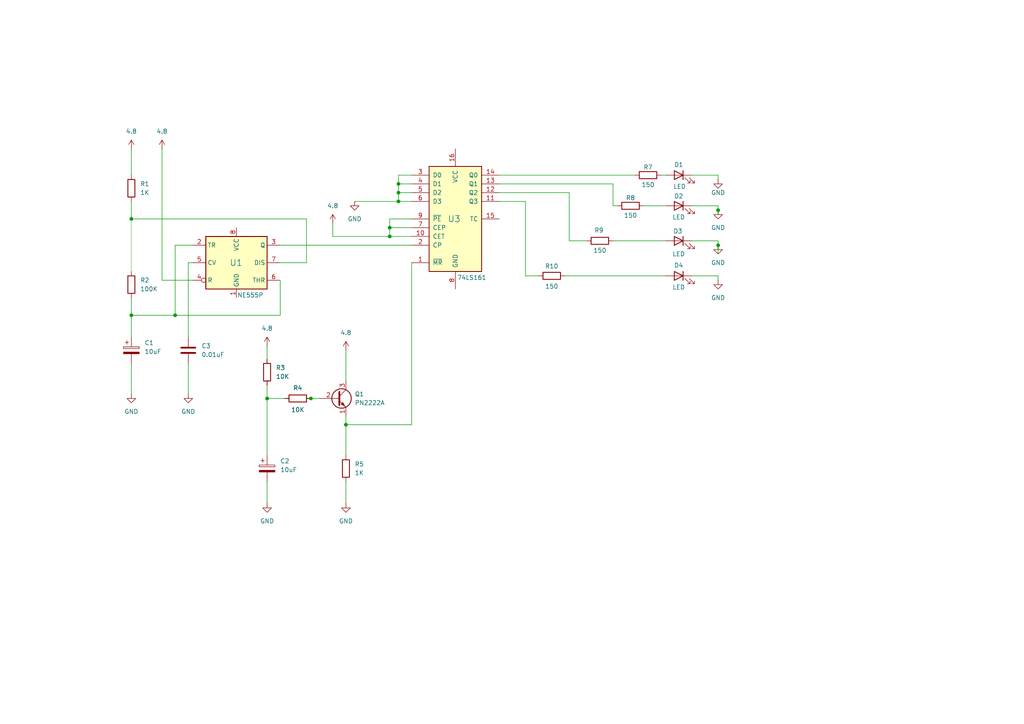
<source format=kicad_sch>
(kicad_sch (version 20231120) (generator "eeschema") (generator_version "8.0")
  (paper "A4")
  (title_block (title "Schematic 4 bit counter ") (date "12/10/24") (company "Cad && construction ") (comment 1 "Nikitas Menounos ") (comment 2 "ΤL20412"))
  (lib_symbols
    (symbol "74xx:74LS161" (pin_names (offset 1.016))
      (property "Reference" "U" (at -7.62 16.51 0))
      (property "Value" "74LS161" (at -7.62 -16.51 0))
      (symbol "74LS161_1_0"
        (pin input line (at -12.7 -12.7 0) (length 5.08) (name "~{MR}") (number "1"))
        (pin input line (at -12.7 -5.08 0) (length 5.08) (name "CET") (number "10"))
        (pin output line (at 12.7 5.08 180) (length 5.08) (name "Q3") (number "11"))
        (pin output line (at 12.7 7.62 180) (length 5.08) (name "Q2") (number "12"))
        (pin output line (at 12.7 10.16 180) (length 5.08) (name "Q1") (number "13"))
        (pin output line (at 12.7 12.7 180) (length 5.08) (name "Q0") (number "14"))
        (pin output line (at 12.7 0 180) (length 5.08) (name "TC") (number "15"))
        (pin power_in line (at 0 20.32 270) (length 5.08) (name "VCC") (number "16"))
        (pin input line (at -12.7 -7.62 0) (length 5.08) (name "CP") (number "2"))
        (pin input line (at -12.7 12.7 0) (length 5.08) (name "D0") (number "3"))
        (pin input line (at -12.7 10.16 0) (length 5.08) (name "D1") (number "4"))
        (pin input line (at -12.7 7.62 0) (length 5.08) (name "D2") (number "5"))
        (pin input line (at -12.7 5.08 0) (length 5.08) (name "D3") (number "6"))
        (pin input line (at -12.7 -2.54 0) (length 5.08) (name "CEP") (number "7"))
        (pin power_in line (at 0 -20.32 90) (length 5.08) (name "GND") (number "8"))
        (pin input line (at -12.7 0 0) (length 5.08) (name "~{PE}") (number "9"))
      )
      (symbol "74LS161_1_1"
        (rectangle (start -7.62 15.24) (end 7.62 -15.24) (stroke (width 0.254)) (fill (type background)))
      )
    )
    (symbol "Device:C" (pin_numbers hide) (pin_names (offset 0.254))
      (property "Reference" "C" (at 0.635 2.54 0))
      (property "Value" "C" (at 0.635 -2.54 0))
      (symbol "C_0_1"
        (polyline (pts (xy -2.032 -0.762) (xy 2.032 -0.762)) (stroke (width 0.508)))
        (polyline (pts (xy -2.032 0.762) (xy 2.032 0.762)) (stroke (width 0.508)))
      )
      (symbol "C_1_1"
        (pin passive line (at 0 3.81 270) (length 2.794) (name "~") (number "1"))
        (pin passive line (at 0 -3.81 90) (length 2.794) (name "~") (number "2"))
      )
    )
    (symbol "Device:C_Polarized" (pin_numbers hide) (pin_names (offset 0.254))
      (property "Reference" "C" (at 0.635 2.54 0))
      (property "Value" "C_Polarized" (at 0.635 -2.54 0))
      (symbol "C_Polarized_0_1"
        (rectangle (start -2.286 0.508) (end 2.286 1.016))
        (polyline (pts (xy -1.778 2.286) (xy -0.762 2.286)))
        (polyline (pts (xy -1.27 2.794) (xy -1.27 1.778)))
        (rectangle (start 2.286 -0.508) (end -2.286 -1.016) (fill (type outline)))
      )
      (symbol "C_Polarized_1_1"
        (pin passive line (at 0 3.81 270) (length 2.794) (name "~") (number "1"))
        (pin passive line (at 0 -3.81 90) (length 2.794) (name "~") (number "2"))
      )
    )
    (symbol "Device:LED" (pin_numbers hide) (pin_names (offset 1.016) hide)
      (property "Reference" "D" (at 0 2.54 0))
      (property "Value" "LED" (at 0 -2.54 0))
      (symbol "LED_0_1"
        (polyline (pts (xy -1.27 -1.27) (xy -1.27 1.27)) (stroke (width 0.254)))
        (polyline (pts (xy -1.27 0) (xy 1.27 0)))
        (polyline (pts (xy 1.27 -1.27) (xy 1.27 1.27) (xy -1.27 0) (xy 1.27 -1.27)) (stroke (width 0.254)))
        (polyline (pts (xy -3.048 -0.762) (xy -4.572 -2.286) (xy -3.81 -2.286) (xy -4.572 -2.286) (xy -4.572 -1.524)))
        (polyline (pts (xy -1.778 -0.762) (xy -3.302 -2.286) (xy -2.54 -2.286) (xy -3.302 -2.286) (xy -3.302 -1.524)))
      )
      (symbol "LED_1_1"
        (pin passive line (at -3.81 0 0) (length 2.54) (name "K") (number "1"))
        (pin passive line (at 3.81 0 180) (length 2.54) (name "A") (number "2"))
      )
    )
    (symbol "Device:R" (pin_numbers hide) (pin_names (offset 0))
      (property "Reference" "R" (at 2.032 0 90))
      (property "Value" "R" (at 0 0 90))
      (symbol "R_0_1"
        (rectangle (start -1.016 -2.54) (end 1.016 2.54) (stroke (width 0.254)))
      )
      (symbol "R_1_1"
        (pin passive line (at 0 3.81 270) (length 1.27) (name "~") (number "1"))
        (pin passive line (at 0 -3.81 90) (length 1.27) (name "~") (number "2"))
      )
    )
    (symbol "Timer:NE555P"
      (property "Reference" "U" (at -10.16 8.89 0))
      (property "Value" "NE555P" (at 2.54 8.89 0))
      (symbol "NE555P_0_0"
        (pin power_in line (at 0 -10.16 90) (length 2.54) (name "GND") (number "1"))
        (pin power_in line (at 0 10.16 270) (length 2.54) (name "VCC") (number "8"))
      )
      (symbol "NE555P_0_1"
        (rectangle (start -8.89 -7.62) (end 8.89 7.62) (stroke (width 0.254)) (fill (type background)))
        (rectangle (start -8.89 -7.62) (end 8.89 7.62) (stroke (width 0.254)) (fill (type background)))
      )
      (symbol "NE555P_1_1"
        (pin input line (at -12.7 5.08 0) (length 3.81) (name "TR") (number "2"))
        (pin output line (at 12.7 5.08 180) (length 3.81) (name "Q") (number "3"))
        (pin input inverted (at -12.7 -5.08 0) (length 3.81) (name "R") (number "4"))
        (pin input line (at -12.7 0 0) (length 3.81) (name "CV") (number "5"))
        (pin input line (at 12.7 -5.08 180) (length 3.81) (name "THR") (number "6"))
        (pin input line (at 12.7 0 180) (length 3.81) (name "DIS") (number "7"))
      )
    )
    (symbol "Transistor_BJT:PN2222A" (pin_names (offset 0) hide)
      (property "Reference" "Q" (at 5.08 1.905 0))
      (property "Value" "PN2222A" (at 5.08 0 0))
      (symbol "PN2222A_0_1"
        (polyline (pts (xy 0 0) (xy 0.635 0)))
        (polyline (pts (xy 2.54 -2.54) (xy 0.635 -0.635)))
        (polyline (pts (xy 2.54 2.54) (xy 0.635 0.635)))
        (polyline (pts (xy 0.635 1.905) (xy 0.635 -1.905) (xy 0.635 -1.905)) (stroke (width 0.508)))
        (polyline (pts (xy 2.413 -2.413) (xy 1.905 -1.905) (xy 1.905 -1.905)))
        (polyline (pts (xy 1.143 -1.651) (xy 1.651 -1.143) (xy 2.159 -2.159) (xy 1.143 -1.651) (xy 1.143 -1.651)) (fill (type outline)))
        (circle (center 1.27 0) (radius 2.8194) (stroke (width 0.254)))
      )
      (symbol "PN2222A_1_1"
        (pin passive line (at 2.54 -5.08 90) (length 2.54) (name "E") (number "1"))
        (pin input line (at -5.08 0 0) (length 5.08) (name "B") (number "2"))
        (pin passive line (at 2.54 5.08 270) (length 2.54) (name "C") (number "3"))
      )
    )
    (symbol "power:GND" (power) (pin_numbers hide) (pin_names (offset 0) hide)
      (property "Value" "GND" (at 0 -3.81 0))
      (symbol "GND_0_1"
        (polyline (pts (xy 0 0) (xy 0 -1.27) (xy 1.27 -1.27) (xy 0 -2.54) (xy -1.27 -1.27) (xy 0 -1.27)))
      )
      (symbol "GND_1_1"
        (pin power_in line (at 0 0 270) (length 0) (name "~") (number "1"))
      )
    )
    (symbol "power:VCC" (power) (pin_numbers hide) (pin_names (offset 0) hide)
      (property "Value" "VCC" (at 0 3.556 0))
      (symbol "VCC_0_1"
        (polyline (pts (xy -0.762 1.27) (xy 0 2.54)))
        (polyline (pts (xy 0 0) (xy 0 2.54)))
        (polyline (pts (xy 0 2.54) (xy 0.762 1.27)))
      )
      (symbol "VCC_1_1"
        (pin power_in line (at 0 0 90) (length 0) (name "~") (number "1"))
      )
    )
  )
  (junction (at 115.57 55.88))
  (junction (at 115.57 53.34))
  (junction (at 38.1 63.5))
  (junction (at 115.57 58.42))
  (junction (at 113.03 68.58))
  (junction (at 113.03 66.04))
  (junction (at 50.8 91.44))
  (junction (at 208.28 71.12))
  (junction (at 90.17 115.57))
  (junction (at 208.28 60.96))
  (junction (at 77.47 115.57))
  (junction (at 100.33 123.19))
  (junction (at 38.1 91.44))
  (wire (pts (xy 208.28 59.69) (xy 208.28 60.96)))
  (wire (pts (xy 81.28 71.12) (xy 119.38 71.12)))
  (wire (pts (xy 191.77 50.8) (xy 193.04 50.8)))
  (wire (pts (xy 77.47 115.57) (xy 77.47 132.08)))
  (wire (pts (xy 208.28 60.96) (xy 208.28 62.23)))
  (wire (pts (xy 77.47 100.33) (xy 77.47 104.14)))
  (wire (pts (xy 77.47 111.76) (xy 77.47 115.57)))
  (wire (pts (xy 46.99 81.28) (xy 55.88 81.28)))
  (wire (pts (xy 165.1 55.88) (xy 165.1 69.85)))
  (wire (pts (xy 119.38 55.88) (xy 115.57 55.88)))
  (wire (pts (xy 113.03 68.58) (xy 96.52 68.58)))
  (wire (pts (xy 50.8 91.44) (xy 81.28 91.44)))
  (wire (pts (xy 200.66 69.85) (xy 208.28 69.85)))
  (wire (pts (xy 54.61 105.41) (xy 54.61 114.3)))
  (wire (pts (xy 165.1 69.85) (xy 170.18 69.85)))
  (wire (pts (xy 208.28 69.85) (xy 208.28 71.12)))
  (wire (pts (xy 38.1 62.23) (xy 38.1 63.5)) (stroke (width 0.0254)))
  (wire (pts (xy 50.8 71.12) (xy 50.8 91.44)))
  (wire (pts (xy 100.33 120.65) (xy 100.33 123.19)))
  (wire (pts (xy 119.38 76.2) (xy 119.38 123.19)))
  (wire (pts (xy 46.99 43.18) (xy 46.99 81.28)))
  (wire (pts (xy 144.78 50.8) (xy 184.15 50.8)))
  (wire (pts (xy 200.66 59.69) (xy 208.28 59.69)))
  (wire (pts (xy 177.8 59.69) (xy 179.07 59.69)))
  (wire (pts (xy 113.03 66.04) (xy 119.38 66.04)))
  (wire (pts (xy 115.57 58.42) (xy 119.38 58.42)))
  (wire (pts (xy 54.61 76.2) (xy 54.61 97.79)))
  (wire (pts (xy 92.71 115.57) (xy 90.17 115.57)))
  (wire (pts (xy 208.28 80.01) (xy 208.28 81.28)))
  (wire (pts (xy 88.9 63.5) (xy 38.1 63.5)))
  (wire (pts (xy 81.28 76.2) (xy 88.9 76.2)))
  (wire (pts (xy 119.38 50.8) (xy 115.57 50.8)))
  (wire (pts (xy 96.52 64.77) (xy 96.52 68.58)))
  (wire (pts (xy 88.9 76.2) (xy 88.9 63.5)))
  (wire (pts (xy 77.47 139.7) (xy 77.47 146.05)))
  (wire (pts (xy 115.57 55.88) (xy 115.57 58.42)))
  (wire (pts (xy 144.78 58.42) (xy 152.4 58.42)))
  (wire (pts (xy 38.1 58.42) (xy 38.1 63.5)))
  (wire (pts (xy 90.17 115.57) (xy 88.9 115.57)))
  (wire (pts (xy 100.33 139.7) (xy 100.33 146.05)))
  (wire (pts (xy 100.33 123.19) (xy 100.33 132.08)))
  (wire (pts (xy 77.47 115.57) (xy 82.55 115.57)))
  (wire (pts (xy 115.57 50.8) (xy 115.57 53.34)))
  (wire (pts (xy 119.38 63.5) (xy 113.03 63.5)))
  (wire (pts (xy 208.28 50.8) (xy 208.28 52.07)))
  (wire (pts (xy 38.1 91.44) (xy 38.1 97.79)))
  (wire (pts (xy 186.69 59.69) (xy 193.04 59.69)))
  (wire (pts (xy 38.1 63.5) (xy 38.1 78.74)) (stroke (width 0.0254)))
  (wire (pts (xy 115.57 53.34) (xy 115.57 55.88)))
  (wire (pts (xy 54.61 76.2) (xy 55.88 76.2)))
  (wire (pts (xy 38.1 86.36) (xy 38.1 91.44)))
  (wire (pts (xy 152.4 58.42) (xy 152.4 80.01)))
  (wire (pts (xy 144.78 53.34) (xy 177.8 53.34)))
  (wire (pts (xy 102.87 58.42) (xy 115.57 58.42)))
  (wire (pts (xy 38.1 43.18) (xy 38.1 50.8)))
  (wire (pts (xy 38.1 91.44) (xy 50.8 91.44)))
  (wire (pts (xy 200.66 80.01) (xy 208.28 80.01)))
  (wire (pts (xy 113.03 66.04) (xy 113.03 68.58)))
  (wire (pts (xy 119.38 68.58) (xy 113.03 68.58)))
  (wire (pts (xy 113.03 63.5) (xy 113.03 66.04)))
  (wire (pts (xy 100.33 101.6) (xy 100.33 110.49)))
  (wire (pts (xy 163.83 80.01) (xy 193.04 80.01)))
  (wire (pts (xy 208.28 71.12) (xy 208.28 73.66)))
  (wire (pts (xy 38.1 105.41) (xy 38.1 114.3)))
  (wire (pts (xy 177.8 53.34) (xy 177.8 59.69)))
  (wire (pts (xy 119.38 123.19) (xy 100.33 123.19)))
  (wire (pts (xy 144.78 55.88) (xy 165.1 55.88)))
  (wire (pts (xy 200.66 50.8) (xy 208.28 50.8)))
  (wire (pts (xy 119.38 53.34) (xy 115.57 53.34)))
  (wire (pts (xy 177.8 69.85) (xy 193.04 69.85)))
  (wire (pts (xy 152.4 80.01) (xy 156.21 80.01)))
  (wire (pts (xy 81.28 81.28) (xy 81.28 91.44)))
  (wire (pts (xy 50.8 71.12) (xy 55.88 71.12)))
  (symbol (lib_id "power:GND") (at 54.61 114.3 0) (unit 1)
    (property "Reference" "#PWR04" (effects (hide yes)))
    (property "Value" "GND" (at 54.61 119.38 0))
    (property "Description" "Power symbol creates a global label with name \"GND\" , ground" (effects (hide yes)))
  )
  (symbol (lib_id "power:VCC") (at 96.52 64.77 0) (unit 1)
    (property "Reference" "#PWR010" (effects (hide yes)))
    (property "Value" "4.8" (at 96.52 59.69 0))
    (property "Description" "Power symbol creates a global label with name \"VCC\"" (effects (hide yes)))
  )
  (symbol (lib_id "power:GND") (at 208.28 52.07 0) (unit 1)
    (property "Reference" "#PWR011" (effects (hide yes)))
    (property "Value" "GND" (at 208.28 55.88 0))
    (property "Description" "Power symbol creates a global label with name \"GND\" , ground" (effects (hide yes)))
  )
  (symbol (lib_id "Device:R") (at 173.99 69.85 90) (unit 1)
    (property "Reference" "R9" (at 173.736 66.802 90))
    (property "Value" "150" (at 173.99 72.644 90))
    (property "Footprint" "Resistor_THT:R_Axial_DIN0922_L20.0mm_D9.0mm_P30.48mm_Horizontal" (effects (hide yes)))
    (property "Description" "Resistor" (effects (hide yes)))
  )
  (symbol (lib_id "Device:LED") (at 196.85 59.69 0) (mirror y) (unit 1)
    (property "Reference" "D2" (at 196.85 56.896 0))
    (property "Value" "LED" (at 196.85 62.992 0))
    (property "Footprint" "LED_THT:LED_D5.0mm_Horizontal_O6.35mm_Z9.0mm" (effects (hide yes)))
    (property "Description" "Light emitting diode" (effects (hide yes)))
  )
  (symbol (lib_id "Device:R") (at 100.33 135.89 0) (unit 1)
    (property "Reference" "R5" (at 102.87 134.6199 0) (effects (justify left)))
    (property "Value" "1K" (at 102.87 137.1599 0) (effects (justify left)))
    (property "Footprint" "Resistor_THT:R_Axial_DIN0922_L20.0mm_D9.0mm_P30.48mm_Horizontal" (effects (hide yes)))
    (property "Description" "Resistor" (effects (hide yes)))
  )
  (symbol (lib_id "power:VCC") (at 38.1 43.18 0) (unit 1)
    (property "Reference" "#PWR02" (effects (hide yes)))
    (property "Value" "4.8" (at 38.1 38.1 0))
    (property "Description" "Power symbol creates a global label with name \"VCC\"" (effects (hide yes)))
  )
  (symbol (lib_id "Device:R") (at 77.47 107.95 0) (unit 1)
    (property "Reference" "R3" (at 80.01 106.6799 0) (effects (justify left)))
    (property "Value" "10K" (at 80.01 109.2199 0) (effects (justify left)))
    (property "Footprint" "Resistor_THT:R_Axial_DIN0922_L20.0mm_D9.0mm_P30.48mm_Horizontal" (effects (hide yes)))
    (property "Description" "Resistor" (effects (hide yes)))
  )
  (symbol (lib_id "power:GND") (at 102.87 58.42 0) (unit 1)
    (property "Reference" "#PWR09" (effects (hide yes)))
    (property "Value" "GND" (at 102.87 63.5 0))
    (property "Description" "Power symbol creates a global label with name \"GND\" , ground" (effects (hide yes)))
  )
  (symbol (lib_id "Device:R") (at 182.88 59.69 90) (unit 1)
    (property "Reference" "R8" (at 182.88 57.404 90))
    (property "Value" "150" (at 182.88 62.484 90))
    (property "Footprint" "Resistor_THT:R_Axial_DIN0922_L20.0mm_D9.0mm_P30.48mm_Horizontal" (effects (hide yes)))
    (property "Description" "Resistor" (effects (hide yes)))
  )
  (symbol (lib_id "power:VCC") (at 46.99 43.18 0) (unit 1)
    (property "Reference" "#PWR01" (effects (hide yes)))
    (property "Value" "4.8" (at 46.99 38.1 0))
    (property "Description" "Power symbol creates a global label with name \"VCC\"" (effects (hide yes)))
  )
  (symbol (lib_id "Device:R") (at 86.36 115.57 90) (unit 1)
    (property "Reference" "R4" (at 86.36 112.522 90))
    (property "Value" "10K" (at 86.36 118.872 90))
    (property "Footprint" "Resistor_THT:R_Axial_DIN0922_L20.0mm_D9.0mm_P30.48mm_Horizontal" (effects (hide yes)))
    (property "Description" "Resistor" (effects (hide yes)))
  )
  (symbol (lib_id "Device:R") (at 38.1 82.55 0) (unit 1)
    (property "Reference" "R2" (at 40.64 81.2799 0) (effects (justify left)))
    (property "Value" "100K" (at 40.64 83.8199 0) (effects (justify left)))
    (property "Footprint" "Resistor_THT:R_Axial_DIN0922_L20.0mm_D9.0mm_P30.48mm_Horizontal" (effects (hide yes)))
    (property "Description" "Resistor" (effects (hide yes)))
  )
  (symbol (lib_id "Device:R") (at 160.02 80.01 90) (unit 1)
    (property "Reference" "R10" (at 160.02 77.216 90))
    (property "Value" "150" (at 160.02 83.058 90))
    (property "Footprint" "Resistor_THT:R_Axial_DIN0922_L20.0mm_D9.0mm_P30.48mm_Horizontal" (effects (hide yes)))
    (property "Description" "Resistor" (effects (hide yes)))
  )
  (symbol (lib_id "Device:LED") (at 196.85 69.85 0) (mirror y) (unit 1)
    (property "Reference" "D3" (at 196.596 67.056 0))
    (property "Value" "LED" (at 196.85 73.66 0))
    (property "Footprint" "LED_THT:LED_D5.0mm_Horizontal_O6.35mm_Z9.0mm" (effects (hide yes)))
    (property "Description" "Light emitting diode" (effects (hide yes)))
  )
  (symbol (lib_id "power:GND") (at 208.28 71.12 0) (unit 1)
    (property "Reference" "#PWR013" (effects (hide yes)))
    (property "Value" "GND" (at 208.28 76.2 0))
    (property "Description" "Power symbol creates a global label with name \"GND\" , ground" (effects (hide yes)))
  )
  (symbol (lib_id "Timer:NE555P") (at 68.58 76.2 0) (unit 1)
    (property "Reference" "U1" (at 66.548 76.2 0) (effects (font (size 1.778 1.778)) (justify left)))
    (property "Value" "NE555P" (at 68.834 85.598 0) (effects (justify left)))
    (property "Footprint" "Package_DIP:DIP-8_W7.62mm" (effects (hide yes)))
    (property "Datasheet" "http://www.ti.com/lit/ds/symlink/ne555.pdf" (effects (hide yes)))
    (property "Description" "Precision Timers, 555 compatible,  PDIP-8" (effects (hide yes)))
  )
  (symbol (lib_id "74xx:74LS161") (at 132.08 63.5 0) (unit 1)
    (property "Reference" "U3" (at 129.794 63.5 0) (effects (font (size 1.778 1.778)) (justify left)))
    (property "Value" "74LS161" (at 132.588 80.518 0) (effects (justify left)))
    (property "Footprint" "Package_DIP:DIP-16_W7.62mm" (effects (hide yes)))
    (property "Datasheet" "http://www.ti.com/lit/gpn/sn74LS161" (effects (hide yes)))
    (property "Description" "Synchronous 4-bit programmable binary Counter" (effects (hide yes)))
  )
  (symbol (lib_id "Transistor_BJT:PN2222A") (at 97.79 115.57 0) (unit 1)
    (property "Reference" "Q1" (at 102.87 114.2999 0) (effects (justify left)))
    (property "Value" "PN2222A" (at 102.87 116.8399 0) (effects (justify left)))
    (property "Footprint" "Package_TO_SOT_THT:TO-92_Inline" (effects (hide yes)))
    (property "Datasheet" "https://www.onsemi.com/pub/Collateral/PN2222-D.PDF" (effects (hide yes)))
    (property "Description" "1A Ic, 40V Vce, NPN Transistor, General Purpose Transistor, TO-92" (effects (hide yes)))
  )
  (symbol (lib_id "Device:LED") (at 196.85 80.01 0) (mirror y) (unit 1)
    (property "Reference" "D4" (at 196.85 76.962 0))
    (property "Value" "LED" (at 196.85 83.312 0))
    (property "Footprint" "LED_THT:LED_D5.0mm_Horizontal_O6.35mm_Z9.0mm" (effects (hide yes)))
    (property "Description" "Light emitting diode" (effects (hide yes)))
  )
  (symbol (lib_id "Device:R") (at 38.1 54.61 0) (unit 1)
    (property "Reference" "R1" (at 40.64 53.3399 0) (effects (justify left)))
    (property "Value" "1K" (at 40.64 55.8799 0) (effects (justify left)))
    (property "Footprint" "Resistor_THT:R_Axial_DIN0922_L20.0mm_D9.0mm_P30.48mm_Horizontal" (effects (hide yes)))
    (property "Description" "Resistor" (effects (hide yes)))
  )
  (symbol (lib_id "Device:C_Polarized") (at 77.47 135.89 0) (unit 1)
    (property "Reference" "C2" (at 81.28 133.7309 0) (effects (justify left)))
    (property "Value" "10uF" (at 81.28 136.2709 0) (effects (justify left)))
    (property "Footprint" "Capacitor_THT:CP_Radial_D4.0mm_P2.00mm" (effects (hide yes)))
    (property "Description" "Polarized capacitor" (effects (hide yes)))
  )
  (symbol (lib_id "Device:LED") (at 196.85 50.8 0) (mirror y) (unit 1)
    (property "Reference" "D1" (at 196.85 47.752 0))
    (property "Value" "LED" (at 197.104 54.102 0))
    (property "Footprint" "LED_THT:LED_D5.0mm_Horizontal_O6.35mm_Z9.0mm" (effects (hide yes)))
    (property "Description" "Light emitting diode" (effects (hide yes)))
  )
  (symbol (lib_id "power:VCC") (at 77.47 100.33 0) (unit 1)
    (property "Reference" "#PWR07" (effects (hide yes)))
    (property "Value" "4.8" (at 77.47 95.25 0))
    (property "Description" "Power symbol creates a global label with name \"VCC\"" (effects (hide yes)))
  )
  (symbol (lib_id "Device:C") (at 54.61 101.6 0) (unit 1)
    (property "Reference" "C3" (at 58.42 100.3299 0) (effects (justify left)))
    (property "Value" "0.01uF" (at 58.42 102.8699 0) (effects (justify left)))
    (property "Footprint" "Capacitor_THT:CP_Radial_D5.0mm_P2.00mm" (effects (hide yes)))
    (property "Description" "Unpolarized capacitor" (effects (hide yes)))
  )
  (symbol (lib_id "power:GND") (at 208.28 81.28 0) (unit 1)
    (property "Reference" "#PWR014" (effects (hide yes)))
    (property "Value" "GND" (at 208.28 86.36 0))
    (property "Description" "Power symbol creates a global label with name \"GND\" , ground" (effects (hide yes)))
  )
  (symbol (lib_id "power:GND") (at 77.47 146.05 0) (unit 1)
    (property "Reference" "#PWR06" (effects (hide yes)))
    (property "Value" "GND" (at 77.47 151.13 0))
    (property "Description" "Power symbol creates a global label with name \"GND\" , ground" (effects (hide yes)))
  )
  (symbol (lib_id "Device:R") (at 187.96 50.8 90) (unit 1)
    (property "Reference" "R7" (at 187.96 48.514 90))
    (property "Value" "150" (at 187.96 53.594 90))
    (property "Footprint" "Resistor_THT:R_Axial_DIN0922_L20.0mm_D9.0mm_P30.48mm_Horizontal" (effects (hide yes)))
    (property "Description" "Resistor" (effects (hide yes)))
  )
  (symbol (lib_id "power:VCC") (at 100.33 101.6 0) (unit 1)
    (property "Reference" "#PWR08" (effects (hide yes)))
    (property "Value" "4.8" (at 100.33 96.52 0))
    (property "Description" "Power symbol creates a global label with name \"VCC\"" (effects (hide yes)))
  )
  (symbol (lib_id "power:GND") (at 100.33 146.05 0) (unit 1)
    (property "Reference" "#PWR05" (effects (hide yes)))
    (property "Value" "GND" (at 100.33 151.13 0))
    (property "Description" "Power symbol creates a global label with name \"GND\" , ground" (effects (hide yes)))
  )
  (symbol (lib_id "Device:C_Polarized") (at 38.1 101.6 0) (unit 1)
    (property "Reference" "C1" (at 41.91 99.4409 0) (effects (justify left)))
    (property "Value" "10uF" (at 41.91 101.9809 0) (effects (justify left)))
    (property "Footprint" "Capacitor_THT:CP_Radial_D4.0mm_P2.00mm" (effects (hide yes)))
    (property "Description" "Polarized capacitor" (effects (hide yes)))
  )
  (symbol (lib_id "power:GND") (at 208.28 60.96 0) (unit 1)
    (property "Reference" "#PWR012" (effects (hide yes)))
    (property "Value" "GND" (at 208.28 66.04 0))
    (property "Description" "Power symbol creates a global label with name \"GND\" , ground" (effects (hide yes)))
  )
  (symbol (lib_id "power:GND") (at 38.1 114.3 0) (unit 1)
    (property "Reference" "#PWR03" (effects (hide yes)))
    (property "Value" "GND" (at 38.1 119.38 0))
    (property "Description" "Power symbol creates a global label with name \"GND\" , ground" (effects (hide yes)))
  )
)
</source>
